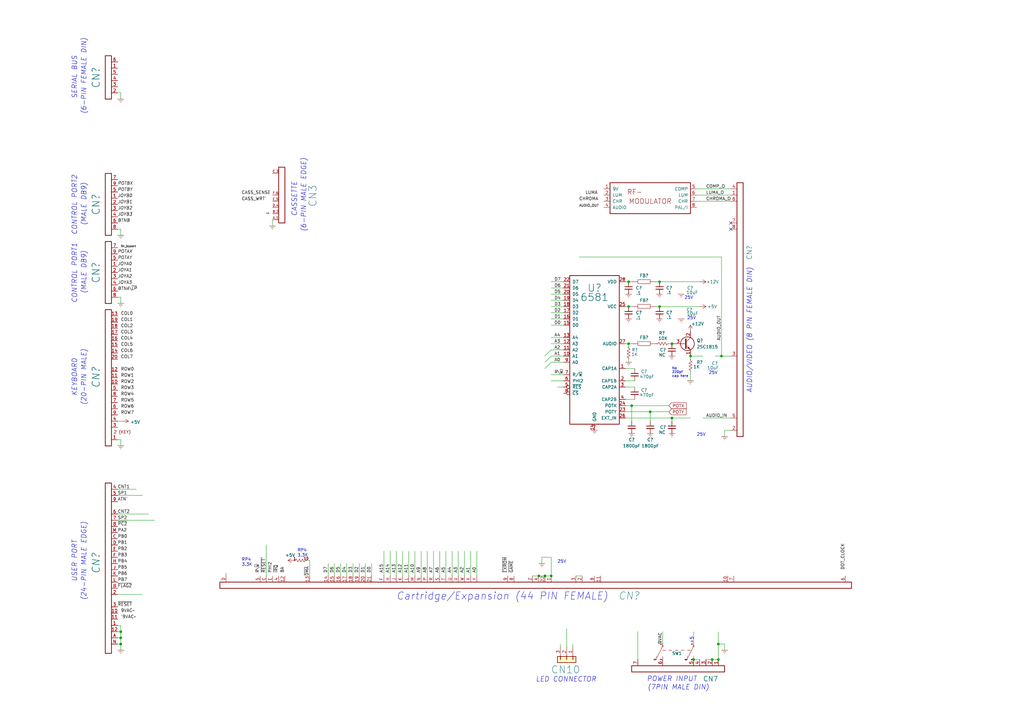
<source format=kicad_sch>
(kicad_sch (version 20211123) (generator eeschema)
  (paper "A3")
  (title_block (title "C64 Motherboard KU-14194HB") (date "2020-01-23") (rev "1.4") (company "Commodore 1982") (comment 1 "Retraced and schematics by bwack 2019"))
  (lib_symbols
    (symbol "Connector_Generic:Conn_01x03" (pin_names (offset 1.016) hide)
      (property "Reference" "J" (at 0 5.08 0))
      (property "Value" "Conn_01x03" (at 0 -5.08 0))
      (symbol "Conn_01x03_1_1"
        (rectangle (start -1.27 -2.413) (end 0 -2.667) (stroke (width 0.1524)))
        (rectangle (start -1.27 0.127) (end 0 -0.127) (stroke (width 0.1524)))
        (rectangle (start -1.27 2.667) (end 0 2.413) (stroke (width 0.1524)))
        (rectangle (start -1.27 3.81) (end 1.27 -3.81) (stroke (width 0.254)) (fill (type background)))
        (pin passive line (at -5.08 2.54 0) (length 3.81) (name "Pin_1") (number "1"))
        (pin passive line (at -5.08 0 0) (length 3.81) (name "Pin_2") (number "2"))
        (pin passive line (at -5.08 -2.54 0) (length 3.81) (name "Pin_3") (number "3"))
      )
    )
    (symbol "Device:C_Small" (pin_numbers hide) (pin_names (offset 0.254) hide)
      (property "Reference" "C" (at 0.254 1.778 0))
      (property "Value" "C_Small" (at 0.254 -2.032 0))
      (symbol "C_Small_0_1"
        (polyline (pts (xy -1.524 -0.508) (xy 1.524 -0.508)) (stroke (width 0.3302)))
        (polyline (pts (xy -1.524 0.508) (xy 1.524 0.508)) (stroke (width 0.3048)))
      )
      (symbol "C_Small_1_1"
        (pin passive line (at 0 2.54 270) (length 2.032) (name "~") (number "1"))
        (pin passive line (at 0 -2.54 90) (length 2.032) (name "~") (number "2"))
      )
    )
    (symbol "KU-14194HB-REV-B-KiCad-rescue:GND_SMALL-power-KU-14194HB-REV-B-KiCad-rescue-KU-14194HB-REV-B-KiCad-rescue" (power) (pin_names (offset 1.016))
      (symbol "GND_SMALL-power-KU-14194HB-REV-B-KiCad-rescue-KU-14194HB-REV-B-KiCad-rescue_1_1"
        (polyline (pts (xy -0.635 -0.635) (xy 0.635 -0.635)))
        (polyline (pts (xy -0.127 -1.27) (xy 0.127 -1.27)))
        (polyline (pts (xy 1.27 0) (xy -1.27 0)))
        (pin power_in line (at 0 0 270) (length 0) hide (name "Earth") (number "1"))
      )
    )
    (symbol "KU-schematics-library:AV_CONN" (pin_names (offset 1.016))
      (property "Reference" "CN" (at 1.27 -2.54 0))
      (symbol "AV_CONN_0_1"
        (rectangle (start 0 16.51) (end 2.54 -87.63) (stroke (width 0.3048)))
      )
      (symbol "AV_CONN_1_1"
        (pin output line (at -2.54 11.43 0) (length 2.54) (name "~") (number "1"))
        (pin output line (at -2.54 -85.09 0) (length 2.54) (name "~") (number "2"))
        (pin output line (at -2.54 -54.61 0) (length 2.54) (name "~") (number "3"))
        (pin output line (at -2.54 13.97 0) (length 2.54) (name "~") (number "4"))
        (pin output line (at -2.54 -80.01 0) (length 2.54) (name "~") (number "5"))
        (pin output line (at -2.54 8.89 0) (length 2.54) (name "~") (number "6"))
        (pin output line (at -2.54 0 0) (length 2.54) (name "~") (number "7"))
        (pin output line (at -2.54 -2.54 0) (length 2.54) (name "~") (number "8"))
      )
    )
    (symbol "KU-schematics-library:CASSETTE_PORT_CON" (pin_names (offset 1.016))
      (property "Reference" "CN" (at -3.81 -16.51 0))
      (symbol "CASSETTE_PORT_CON_1_1"
        (rectangle (start -5.08 7.62) (end -2.54 -15.24) (stroke (width 0.3048)))
        (pin input line (at -7.62 -13.97 0) (length 2.54) (name "~") (number "A,1"))
        (pin input line (at -7.62 -11.43 0) (length 2.54) (name "~") (number "B,2"))
        (pin input line (at -7.62 5.08 0) (length 2.54) (name "~") (number "C,3"))
        (pin input line (at -7.62 -8.89 0) (length 2.54) (name "~") (number "D,4"))
        (pin input line (at -7.62 -6.35 0) (length 2.54) (name "~") (number "E,5"))
        (pin input line (at -7.62 -3.81 0) (length 2.54) (name "~") (number "F,6"))
      )
    )
    (symbol "KU-schematics-library:CONTROL_PORT" (pin_names (offset 1.016))
      (property "Reference" "CN" (at -8.89 0 90))
      (symbol "CONTROL_PORT_0_1"
        (rectangle (start -5.08 12.7) (end -2.54 -12.7) (stroke (width 0.3048)))
      )
      (symbol "CONTROL_PORT_1_1"
        (pin input line (at 0 2.54 180) (length 2.54) (name "~") (number "1"))
        (pin input line (at 0 0 180) (length 2.54) (name "~") (number "2"))
        (pin input line (at 0 -2.54 180) (length 2.54) (name "~") (number "3"))
        (pin input line (at 0 -5.08 180) (length 2.54) (name "~") (number "4"))
        (pin input line (at 0 5.08 180) (length 2.54) (name "~") (number "5"))
        (pin input line (at 0 -7.62 180) (length 2.54) (name "~") (number "6"))
        (pin input line (at 0 10.16 180) (length 2.54) (name "~") (number "7"))
        (pin input line (at 0 -10.16 180) (length 2.54) (name "~") (number "8"))
        (pin input line (at 0 7.62 180) (length 2.54) (name "~") (number "9"))
      )
    )
    (symbol "KU-schematics-library:EXPANSION_PORT" (pin_names (offset 1.016))
      (property "Reference" "CN" (at 8.89 -2.54 0))
      (property "Value" "EXPANSION_PORT" (at 0 -2.54 0))
      (symbol "EXPANSION_PORT_0_1"
        (rectangle (start -55.88 2.54) (end 203.2 0) (stroke (width 0.3048)))
      )
      (symbol "EXPANSION_PORT_1_1"
        (pin input line (at 80.01 5.08 270) (length 2.54) (name "~") (number "1"))
        (pin input line (at 152.4 5.08 270) (length 2.54) (name "~") (number "10"))
        (pin input line (at 100.33 5.08 270) (length 2.54) (name "~") (number "11"))
        (pin input line (at -29.21 5.08 270) (length 2.54) (name "~") (number "12"))
        (pin input line (at -19.05 5.08 270) (length 2.54) (name "~") (number "13"))
        (pin input line (at -11.43 5.08 270) (length 2.54) (name "~") (number "14"))
        (pin input line (at -8.89 5.08 270) (length 2.54) (name "~") (number "15"))
        (pin input line (at -6.35 5.08 270) (length 2.54) (name "~") (number "16"))
        (pin input line (at -3.81 5.08 270) (length 2.54) (name "~") (number "17"))
        (pin input line (at -1.27 5.08 270) (length 2.54) (name "~") (number "18"))
        (pin input line (at 1.27 5.08 270) (length 2.54) (name "~") (number "19"))
        (pin input line (at 92.71 5.08 270) (length 2.54) (name "~") (number "2"))
        (pin input line (at 3.81 5.08 270) (length 2.54) (name "~") (number "20"))
        (pin input line (at 6.35 5.08 270) (length 2.54) (name "~") (number "21"))
        (pin input line (at 77.47 5.08 270) (length 2.54) (name "~") (number "22"))
        (pin input line (at 90.17 5.08 270) (length 2.54) (name "~") (number "3"))
        (pin input line (at -31.75 5.08 270) (length 2.54) (name "~") (number "4"))
        (pin input line (at -39.37 5.08 270) (length 2.54) (name "~") (number "5"))
        (pin input line (at 200.66 5.08 270) (length 2.54) (name "~") (number "6"))
        (pin input line (at 154.94 5.08 270) (length 2.54) (name "~") (number "7"))
        (pin input line (at 64.77 5.08 270) (length 2.54) (name "~") (number "8"))
        (pin input line (at 62.23 5.08 270) (length 2.54) (name "~") (number "9"))
        (pin input line (at 74.93 5.08 270) (length 2.54) (name "~") (number "A"))
        (pin input line (at 97.79 5.08 270) (length 2.54) (name "~") (number "B"))
        (pin input line (at -36.83 5.08 270) (length 2.54) (name "~") (number "C"))
        (pin input line (at -53.34 5.08 270) (length 2.54) (name "~") (number "D"))
        (pin input line (at -34.29 5.08 270) (length 2.54) (name "~") (number "E"))
        (pin input line (at 11.43 5.08 270) (length 2.54) (name "~") (number "F"))
        (pin input line (at 13.97 5.08 270) (length 2.54) (name "~") (number "H"))
        (pin input line (at 16.51 5.08 270) (length 2.54) (name "~") (number "J"))
        (pin input line (at 19.05 5.08 270) (length 2.54) (name "~") (number "K"))
        (pin input line (at 21.59 5.08 270) (length 2.54) (name "~") (number "L"))
        (pin input line (at 24.13 5.08 270) (length 2.54) (name "~") (number "M"))
        (pin input line (at 26.67 5.08 270) (length 2.54) (name "~") (number "N"))
        (pin input line (at 29.21 5.08 270) (length 2.54) (name "~") (number "P"))
        (pin input line (at 31.75 5.08 270) (length 2.54) (name "~") (number "R"))
        (pin input line (at 34.29 5.08 270) (length 2.54) (name "~") (number "S"))
        (pin input line (at 36.83 5.08 270) (length 2.54) (name "~") (number "T"))
        (pin input line (at 39.37 5.08 270) (length 2.54) (name "~") (number "U"))
        (pin input line (at 41.91 5.08 270) (length 2.54) (name "~") (number "V"))
        (pin input line (at 44.45 5.08 270) (length 2.54) (name "~") (number "W"))
        (pin input line (at 46.99 5.08 270) (length 2.54) (name "~") (number "X"))
        (pin input line (at 49.53 5.08 270) (length 2.54) (name "~") (number "Y"))
        (pin input line (at 72.39 5.08 270) (length 2.54) (name "~") (number "Z"))
      )
    )
    (symbol "KU-schematics-library:FERRITE_BEAD" (pin_names (offset 1.016))
      (property "Reference" "FB" (at -1.27 0 0))
      (symbol "FERRITE_BEAD_0_1"
        (rectangle (start -2.54 0.889) (end 2.54 -0.762))
        (polyline (pts (xy -2.54 0) (xy -5.08 0)))
        (polyline (pts (xy 2.54 0) (xy 5.08 0)))
      )
      (symbol "FERRITE_BEAD_1_1"
        (pin input line (at -5.08 0 0) (length 0) hide (name "~") (number "1"))
        (pin input line (at 5.08 0 180) (length 0) hide (name "~") (number "2"))
      )
    )
    (symbol "KU-schematics-library:KEYBOARD_20PIN_MALE" (pin_names (offset 1.016))
      (property "Reference" "CN" (at -8.89 26.67 90))
      (symbol "KEYBOARD_20PIN_MALE_0_0"
        (rectangle (start -5.08 53.34) (end -2.54 -2.54) (stroke (width 0.3048)))
        (text "2 (KEY)" (at 1.905 3.175 0) (effects (font (size 1.1938 1.1938))))
      )
      (symbol "KEYBOARD_20PIN_MALE_1_1"
        (pin input line (at 0 0 180) (length 2.54) (name "~") (number "1"))
        (pin input line (at 0 22.86 180) (length 2.54) (name "~") (number "10"))
        (pin input line (at 0 25.4 180) (length 2.54) (name "~") (number "11"))
        (pin input line (at 0 27.94 180) (length 2.54) (name "~") (number "12"))
        (pin input line (at 0 50.8 180) (length 2.54) (name "~") (number "13"))
        (pin input line (at 0 35.56 180) (length 2.54) (name "~") (number "14"))
        (pin input line (at 0 38.1 180) (length 2.54) (name "~") (number "15"))
        (pin input line (at 0 40.64 180) (length 2.54) (name "~") (number "16"))
        (pin input line (at 0 43.18 180) (length 2.54) (name "~") (number "17"))
        (pin input line (at 0 45.72 180) (length 2.54) (name "~") (number "18"))
        (pin input line (at 0 48.26 180) (length 2.54) (name "~") (number "19"))
        (pin input line (at 0 33.02 180) (length 2.54) (name "~") (number "20"))
        (pin input line (at 0 5.08 180) (length 2.54) (name "~") (number "3"))
        (pin input line (at 0 7.62 180) (length 2.54) (name "~") (number "4"))
        (pin input line (at 0 20.32 180) (length 2.54) (name "~") (number "5"))
        (pin input line (at 0 12.7 180) (length 2.54) (name "~") (number "6"))
        (pin input line (at 0 15.24 180) (length 2.54) (name "~") (number "7"))
        (pin input line (at 0 17.78 180) (length 2.54) (name "~") (number "8"))
        (pin input line (at 0 10.16 180) (length 2.54) (name "~") (number "9"))
      )
    )
    (symbol "KU-schematics-library:MODULATOR_LONGBOARD" (pin_names (offset 1.016))
      (symbol "MODULATOR_LONGBOARD_0_0"
        (text "MODULATOR" (at 5.08 -2.54 0) (effects (font (size 2.0066 2.0066))))
        (text "RF-" (at -1.27 1.27 0) (effects (font (size 2.0066 2.0066))))
      )
      (symbol "MODULATOR_LONGBOARD_0_1"
        (rectangle (start -11.43 5.08) (end 21.59 -7.62) (stroke (width 0.3048)))
      )
      (symbol "MODULATOR_LONGBOARD_1_1"
        (pin input line (at -13.97 2.54 0) (length 2.54) (name "9V") (number "1"))
        (pin input line (at -13.97 0 0) (length 2.54) (name "LUM") (number "2"))
        (pin input line (at -13.97 -2.54 0) (length 2.54) (name "CHR") (number "3"))
        (pin input line (at -13.97 -5.08 0) (length 2.54) (name "AUDIO") (number "4"))
        (pin input line (at 24.13 2.54 180) (length 2.54) (name "COMP") (number "5"))
        (pin input line (at 24.13 0 180) (length 2.54) (name "LUM") (number "6"))
        (pin input line (at 24.13 -2.54 180) (length 2.54) (name "CHR") (number "7"))
        (pin input line (at 24.13 -5.08 180) (length 2.54) (name "PAL/I") (number "8"))
      )
    )
    (symbol "KU-schematics-library:POWER_CON" (pin_names (offset 1.016))
      (property "Reference" "CN" (at -3.81 2.54 0))
      (symbol "POWER_CON_0_1"
        (rectangle (start -19.05 0) (end 19.05 -2.54) (stroke (width 0.3048)))
      )
      (symbol "POWER_CON_1_1"
        (pin input line (at 16.51 2.54 270) (length 2.54) (name "~") (number "1"))
        (pin input line (at 13.97 2.54 270) (length 2.54) (name "~") (number "2"))
        (pin input line (at 11.43 2.54 270) (length 2.54) (name "~") (number "3"))
        (pin input line (at 8.89 2.54 270) (length 2.54) (name "~") (number "4"))
        (pin input line (at 6.35 2.54 270) (length 2.54) (name "~") (number "5"))
        (pin input line (at -6.35 2.54 270) (length 2.54) (name "~") (number "6"))
        (pin input line (at -16.51 2.54 270) (length 2.54) (name "~") (number "7"))
      )
    )
    (symbol "KU-schematics-library:POWER_SWITCH" (pin_names (offset 1.016))
      (property "Reference" "SW" (at 3.81 3.81 0))
      (property "Value" "POWER_SWITCH" (at -1.27 -3.81 0))
      (symbol "POWER_SWITCH_0_1"
        (polyline (pts (xy -0.127 1.143) (xy -2.286 5.461)))
        (polyline (pts (xy 0 2.54) (xy 1.27 2.54)))
        (polyline (pts (xy 2.54 2.54) (xy 3.81 2.54)))
        (polyline (pts (xy 5.08 2.54) (xy 6.35 2.54)))
        (polyline (pts (xy 7.62 2.54) (xy 8.89 2.54)))
        (polyline (pts (xy 10.16 2.54) (xy 11.43 2.54)))
        (polyline (pts (xy 12.573 1.143) (xy 10.414 5.461)))
        (polyline (pts (xy 12.7 0) (xy 12.7 0.635)))
        (polyline (pts (xy 12.7 5.08) (xy 12.7 5.08)) (stroke (width 0.635)))
        (polyline (pts (xy 12.7 6.35) (xy 12.7 5.08)))
        (polyline (pts (xy 0 0) (xy 0 0.635) (xy 0 0.508)))
        (circle (center 0 0.889) (radius 0.254))
        (circle (center 12.7 0.889) (radius 0.254))
      )
      (symbol "POWER_SWITCH_1_1"
        (polyline (pts (xy -2.54 5.08) (xy -2.54 5.08)) (stroke (width 0.635)))
        (polyline (pts (xy -2.54 6.35) (xy -2.54 5.08)))
        (polyline (pts (xy 0 5.08) (xy 0 5.08)) (stroke (width 0.635)))
        (polyline (pts (xy 0 6.35) (xy 0 5.08)))
        (polyline (pts (xy 10.16 5.08) (xy 10.16 5.08)) (stroke (width 0.635)))
        (polyline (pts (xy 10.16 6.35) (xy 10.16 5.08)))
        (pin input line (at 0 0 270) (length 0) (name "~") (number "1"))
        (pin input line (at 0 6.35 270) (length 0) (name "~") (number "2"))
        (pin input line (at -2.54 6.35 270) (length 0) (name "~") (number "3"))
        (pin input line (at 12.7 0 270) (length 0) (name "~") (number "4"))
        (pin input line (at 12.7 6.35 270) (length 0) (name "~") (number "5"))
        (pin input line (at 10.16 6.35 270) (length 0) (name "~") (number "6"))
      )
    )
    (symbol "KU-schematics-library:R_ARRAY_9WAY_US" (pin_names (offset 1.016))
      (property "Reference" "RP" (at 1.905 1.27 0))
      (symbol "R_ARRAY_9WAY_US_0_1"
        (polyline (pts (xy 0 2.54) (xy 0 2.0574)))
        (polyline (pts (xy 0 2.032) (xy 0.635 1.651) (xy -0.635 1.016) (xy 0.635 0.381) (xy -0.635 -0.254) (xy 0.635 -0.889) (xy -0.635 -1.524) (xy 0 -1.905) (xy 0 -2.54)))
        (pin passive line (at 0 2.54 270) (length 0.381) (name "~") (number "1"))
      )
      (symbol "R_ARRAY_9WAY_US_1_1"
        (polyline (pts (xy 0 2.032) (xy 0 2.54)))
        (pin passive line (at 0 -2.54 90) (length 0.3048) (name "~") (number "2"))
      )
      (symbol "R_ARRAY_9WAY_US_2_1"
        (pin passive line (at 0 -2.54 90) (length 0.3048) (name "~") (number "3"))
      )
      (symbol "R_ARRAY_9WAY_US_3_1"
        (pin passive line (at 0 -2.54 90) (length 0.3048) (name "~") (number "4"))
      )
      (symbol "R_ARRAY_9WAY_US_4_1"
        (pin passive line (at 0 -2.54 90) (length 0.3048) (name "~") (number "5"))
      )
      (symbol "R_ARRAY_9WAY_US_5_1"
        (pin passive line (at 0 -2.54 90) (length 0.3048) (name "~") (number "6"))
      )
      (symbol "R_ARRAY_9WAY_US_6_1"
        (pin passive line (at 0 -2.54 90) (length 0.3048) (name "~") (number "7"))
      )
      (symbol "R_ARRAY_9WAY_US_7_1"
        (pin passive line (at 0 -2.54 90) (length 0.3048) (name "~") (number "8"))
      )
      (symbol "R_ARRAY_9WAY_US_8_1"
        (pin passive line (at 0 -2.54 90) (length 0.3048) (name "~") (number "9"))
      )
      (symbol "R_ARRAY_9WAY_US_9_1"
        (pin passive line (at 0 -2.54 90) (length 0.3048) (name "~") (number "10"))
      )
    )
    (symbol "KU-schematics-library:R_US_CUSTOM" (pin_names (offset 1.016))
      (property "Reference" "R" (at -2.54 1.27 0))
      (property "Value" "R_US_CUSTOM" (at 3.81 -7.62 0))
      (symbol "R_US_CUSTOM_0_1"
        (polyline (pts (xy 0 -2.54) (xy 0 -2.159)))
      )
      (symbol "R_US_CUSTOM_1_1"
        (polyline (pts (xy 0 2.032) (xy 0 2.54)))
        (polyline (pts (xy 0 2.032) (xy 0.635 1.651) (xy -0.635 1.016) (xy 0.635 0.381) (xy -0.635 -0.254) (xy 0.635 -0.889) (xy -0.635 -1.524) (xy 0 -1.905) (xy 0 -2.54)))
        (pin passive line (at 0 2.54 270) (length 0) hide (name "~") (number "1"))
        (pin passive line (at 0 -2.54 90) (length 0) hide (name "~") (number "2"))
      )
    )
    (symbol "KU-schematics-library:SERIAL_BUS_CON" (pin_names (offset 1.016))
      (property "Reference" "CN" (at -8.89 1.27 90))
      (symbol "SERIAL_BUS_CON_0_1"
        (rectangle (start -5.08 10.16) (end -2.54 -7.62) (stroke (width 0.3048)))
      )
      (symbol "SERIAL_BUS_CON_1_1"
        (pin input line (at 0 5.08 180) (length 2.54) (name "~") (number "1"))
        (pin input line (at 0 -5.08 180) (length 2.54) (name "~") (number "2"))
        (pin input line (at 0 -2.54 180) (length 2.54) (name "~") (number "3"))
        (pin input line (at 0 0 180) (length 2.54) (name "~") (number "4"))
        (pin input line (at 0 2.54 180) (length 2.54) (name "~") (number "5"))
        (pin input line (at 0 7.62 180) (length 2.54) (name "~") (number "6"))
      )
    )
    (symbol "KU-schematics-library:SID" (pin_names (offset 1.016))
      (property "Reference" "U" (at -2.54 0 0))
      (property "Value" "SID" (at -2.54 -2.54 0))
      (symbol "SID_0_1"
        (rectangle (start -10.16 27.94) (end 10.16 -33.02) (stroke (width 0.3048)))
      )
      (symbol "SID_1_1"
        (pin passive line (at 12.7 -10.16 180) (length 2.54) (name "CAP1A") (number "1"))
        (pin input line (at -12.7 -5.08 0) (length 2.54) (name "A1") (number "10"))
        (pin input line (at -12.7 -2.54 0) (length 2.54) (name "A2") (number "11"))
        (pin input line (at -12.7 0 0) (length 2.54) (name "A3") (number "12"))
        (pin input line (at -12.7 2.54 0) (length 2.54) (name "A4") (number "13"))
        (pin power_in line (at 0 -35.56 90) (length 2.54) (name "GND") (number "14"))
        (pin bidirectional line (at -12.7 7.62 0) (length 2.54) (name "D0") (number "15"))
        (pin bidirectional line (at -12.7 10.16 0) (length 2.54) (name "D1") (number "16"))
        (pin bidirectional line (at -12.7 12.7 0) (length 2.54) (name "D2") (number "17"))
        (pin bidirectional line (at -12.7 15.24 0) (length 2.54) (name "D3") (number "18"))
        (pin bidirectional line (at -12.7 17.78 0) (length 2.54) (name "D4") (number "19"))
        (pin passive line (at 12.7 -15.24 180) (length 2.54) (name "CAP1B") (number "2"))
        (pin bidirectional line (at -12.7 20.32 0) (length 2.54) (name "D5") (number "20"))
        (pin bidirectional line (at -12.7 22.86 0) (length 2.54) (name "D6") (number "21"))
        (pin bidirectional line (at -12.7 25.4 0) (length 2.54) (name "D7") (number "22"))
        (pin input line (at 12.7 -27.94 180) (length 2.54) (name "POTY") (number "23"))
        (pin input line (at 12.7 -25.4 180) (length 2.54) (name "POTX") (number "24"))
        (pin power_in line (at 12.7 15.24 180) (length 2.54) (name "VCC") (number "25"))
        (pin input line (at 12.7 -30.48 180) (length 2.54) (name "EXT_IN") (number "26"))
        (pin power_in line (at 12.7 0 180) (length 2.54) (name "AUDIO") (number "27"))
        (pin power_in line (at 12.7 25.4 180) (length 2.54) (name "VDD") (number "28"))
        (pin passive line (at 12.7 -17.78 180) (length 2.54) (name "CAP2A") (number "3"))
        (pin passive line (at 12.7 -22.86 180) (length 2.54) (name "CAP2B") (number "4"))
        (pin input inverted (at -12.7 -17.78 0) (length 2.54) (name "~{RES}") (number "5"))
        (pin input line (at -12.7 -15.24 0) (length 2.54) (name "PHI2") (number "6"))
        (pin input line (at -12.7 -12.7 0) (length 2.54) (name "R/~{W}") (number "7"))
        (pin input inverted (at -12.7 -20.32 0) (length 2.54) (name "~{CS}") (number "8"))
        (pin input line (at -12.7 -7.62 0) (length 2.54) (name "A0") (number "9"))
      )
    )
    (symbol "KU-schematics-library:USER_PORT_CON" (pin_names (offset 1.016))
      (property "Reference" "CN" (at -7.62 0 90))
      (symbol "USER_PORT_CON_0_1"
        (rectangle (start -5.08 33.02) (end -2.54 -36.83) (stroke (width 0.3048)))
      )
      (symbol "USER_PORT_CON_1_1"
        (pin input line (at 0 -25.4 180) (length 2.54) (name "~") (number "1"))
        (pin input line (at 0 -20.32 180) (length 2.54) (name "~") (number "10"))
        (pin input line (at 0 -22.86 180) (length 2.54) (name "~") (number "11"))
        (pin input line (at 0 -27.94 180) (length 2.54) (name "~") (number "12"))
        (pin input line (at 0 -12.7 180) (length 2.54) (name "~") (number "2"))
        (pin input line (at 0 -17.78 180) (length 2.54) (name "~") (number "3"))
        (pin input line (at 0 30.48 180) (length 2.54) (name "~") (number "4"))
        (pin input line (at 0 27.94 180) (length 2.54) (name "~") (number "5"))
        (pin input line (at 0 20.32 180) (length 2.54) (name "~") (number "6"))
        (pin input line (at 0 17.78 180) (length 2.54) (name "~") (number "7"))
        (pin input line (at 0 15.24 180) (length 2.54) (name "~") (number "8"))
        (pin input line (at 0 25.4 180) (length 2.54) (name "~") (number "9"))
        (pin input line (at 0 -30.48 180) (length 2.54) (name "~") (number "A"))
        (pin input line (at 0 -10.16 180) (length 2.54) (name "~") (number "B"))
        (pin input line (at 0 10.16 180) (length 2.54) (name "~") (number "C"))
        (pin input line (at 0 7.62 180) (length 2.54) (name "~") (number "D"))
        (pin input line (at 0 5.08 180) (length 2.54) (name "~") (number "E"))
        (pin input line (at 0 2.54 180) (length 2.54) (name "~") (number "F"))
        (pin input line (at 0 0 180) (length 2.54) (name "~") (number "H"))
        (pin input line (at 0 -2.54 180) (length 2.54) (name "~") (number "J"))
        (pin input line (at 0 -5.08 180) (length 2.54) (name "~") (number "K"))
        (pin input line (at 0 -7.62 180) (length 2.54) (name "~") (number "L"))
        (pin input line (at 0 12.7 180) (length 2.54) (name "~") (number "M"))
        (pin input line (at 0 -33.02 180) (length 2.54) (name "~") (number "N"))
      )
    )
    (symbol "Transistor_BJT:2SC1815" (pin_names (offset 0) hide)
      (property "Reference" "Q" (at 5.08 1.905 0))
      (property "Value" "2SC1815" (at 5.08 0 0))
      (symbol "2SC1815_0_1"
        (polyline (pts (xy 0 0) (xy 0.508 0)))
        (polyline (pts (xy 0.635 0.635) (xy 2.54 2.54)))
        (polyline (pts (xy 0.635 -0.635) (xy 2.54 -2.54) (xy 2.54 -2.54)))
        (polyline (pts (xy 0.635 1.905) (xy 0.635 -1.905) (xy 0.635 -1.905)) (stroke (width 0.508)))
        (polyline (pts (xy 1.27 -1.778) (xy 1.778 -1.27) (xy 2.286 -2.286) (xy 1.27 -1.778) (xy 1.27 -1.778)) (fill (type outline)))
        (circle (center 1.27 0) (radius 2.8194) (stroke (width 0.254)))
      )
      (symbol "2SC1815_1_1"
        (pin passive line (at 2.54 -5.08 90) (length 2.54) (name "E") (number "1"))
        (pin passive line (at 2.54 5.08 270) (length 2.54) (name "C") (number "2"))
        (pin input line (at -5.08 0 0) (length 5.08) (name "B") (number "3"))
      )
    )
    (symbol "power:+12V" (power) (pin_names (offset 0))
      (property "Value" "+12V" (at 0 3.556 0))
      (symbol "+12V_0_1"
        (polyline (pts (xy -0.762 1.27) (xy 0 2.54)))
        (polyline (pts (xy 0 0) (xy 0 2.54)))
        (polyline (pts (xy 0 2.54) (xy 0.762 1.27)))
      )
      (symbol "+12V_1_1"
        (pin power_in line (at 0 0 90) (length 0) hide (name "+12V") (number "1"))
      )
    )
    (symbol "power:+5V" (power) (pin_names (offset 0))
      (property "Value" "+5V" (at 0 3.556 0))
      (symbol "+5V_0_1"
        (polyline (pts (xy -0.762 1.27) (xy 0 2.54)))
        (polyline (pts (xy 0 0) (xy 0 2.54)))
        (polyline (pts (xy 0 2.54) (xy 0.762 1.27)))
      )
      (symbol "+5V_1_1"
        (pin power_in line (at 0 0 90) (length 0) hide (name "+5V") (number "1"))
      )
    )
  )
  (junction (at 257.81 115.57))
  (junction (at 49.53 264.16))
  (junction (at 275.59 171.45))
  (junction (at 257.81 125.73))
  (junction (at 275.59 140.97))
  (junction (at 292.1 270.51))
  (junction (at 266.7 168.91))
  (junction (at 284.48 270.51))
  (junction (at 220.98 236.22))
  (junction (at 226.06 236.22))
  (junction (at 257.81 140.97))
  (junction (at 270.51 125.73))
  (junction (at 223.52 236.22))
  (junction (at 259.08 166.37))
  (junction (at 294.64 264.16))
  (junction (at 294.64 270.51))
  (junction (at 295.91 146.05))
  (junction (at 283.21 146.05))
  (junction (at 270.51 115.57))
  (junction (at 49.53 261.62))
  (junction (at 49.53 259.08))
  (no_connect (at 299.72 91.44))
  (no_connect (at 299.72 93.98))
  (bus_entry (at 223.52 151.13) (size 2.54 -2.54))
  (bus_entry (at 223.52 148.59) (size 2.54 -2.54))
  (bus_entry (at 223.52 146.05) (size 2.54 -2.54))
  (wire (pts (xy 92.71 236.22) (xy 92.71 234.95)))
  (wire (pts (xy 288.29 171.45) (xy 299.72 171.45)))
  (wire (pts (xy 256.54 166.37) (xy 259.08 166.37)))
  (wire (pts (xy 283.21 152.4) (xy 283.21 156.21)))
  (wire (pts (xy 228.6 158.75) (xy 231.14 158.75)))
  (wire (pts (xy 49.53 180.34) (xy 49.53 182.88)))
  (wire (pts (xy 149.86 231.14) (xy 149.86 236.22)))
  (wire (pts (xy 48.26 200.66) (xy 55.88 200.66)))
  (wire (pts (xy 289.56 270.51) (xy 292.1 270.51)))
  (wire (pts (xy 48.26 243.84) (xy 58.42 243.84)))
  (wire (pts (xy 226.06 128.27) (xy 231.14 128.27)))
  (wire (pts (xy 109.22 223.52) (xy 109.22 236.22)))
  (wire (pts (xy 231.14 115.57) (xy 226.06 115.57)))
  (wire (pts (xy 260.35 158.75) (xy 256.54 158.75)))
  (wire (pts (xy 285.75 82.55) (xy 299.72 82.55)))
  (wire (pts (xy 257.81 142.24) (xy 257.81 140.97)))
  (wire (pts (xy 275.59 172.72) (xy 275.59 171.45)))
  (wire (pts (xy 49.53 259.08) (xy 49.53 256.54)))
  (wire (pts (xy 223.52 236.22) (xy 226.06 236.22)))
  (wire (pts (xy 48.26 259.08) (xy 49.53 259.08)))
  (wire (pts (xy 175.26 236.22) (xy 175.26 226.06)))
  (wire (pts (xy 226.06 133.35) (xy 231.14 133.35)))
  (wire (pts (xy 160.02 226.06) (xy 160.02 236.22)))
  (wire (pts (xy 257.81 147.32) (xy 257.81 148.59)))
  (wire (pts (xy 49.53 121.92) (xy 49.53 124.46)))
  (wire (pts (xy 177.8 226.06) (xy 177.8 236.22)))
  (wire (pts (xy 48.26 93.98) (xy 49.53 93.98)))
  (wire (pts (xy 180.34 226.06) (xy 180.34 236.22)))
  (wire (pts (xy 165.1 236.22) (xy 165.1 226.06)))
  (wire (pts (xy 48.26 210.82) (xy 60.96 210.82)))
  (wire (pts (xy 231.14 153.67) (xy 226.06 153.67)))
  (wire (pts (xy 257.81 125.73) (xy 259.08 125.73)))
  (wire (pts (xy 256.54 151.13) (xy 260.35 151.13)))
  (wire (pts (xy 49.53 264.16) (xy 49.53 261.62)))
  (wire (pts (xy 139.7 236.22) (xy 139.7 231.14)))
  (wire (pts (xy 111.76 90.17) (xy 111.76 92.71)))
  (wire (pts (xy 257.81 140.97) (xy 259.08 140.97)))
  (wire (pts (xy 48.26 261.62) (xy 49.53 261.62)))
  (wire (pts (xy 260.35 156.21) (xy 256.54 156.21)))
  (wire (pts (xy 226.06 228.6) (xy 222.25 228.6)))
  (wire (pts (xy 182.88 226.06) (xy 182.88 236.22)))
  (wire (pts (xy 195.58 236.22) (xy 195.58 226.06)))
  (wire (pts (xy 270.51 115.57) (xy 269.24 115.57)))
  (wire (pts (xy 144.78 231.14) (xy 144.78 236.22)))
  (wire (pts (xy 256.54 168.91) (xy 266.7 168.91)))
  (wire (pts (xy 48.26 180.34) (xy 49.53 180.34)))
  (wire (pts (xy 187.96 226.06) (xy 187.96 236.22)))
  (wire (pts (xy 261.62 270.51) (xy 261.62 259.08)))
  (wire (pts (xy 234.95 265.43) (xy 234.95 264.16)))
  (wire (pts (xy 294.64 270.51) (xy 294.64 264.16)))
  (wire (pts (xy 294.64 264.16) (xy 294.64 259.08)))
  (wire (pts (xy 266.7 172.72) (xy 266.7 168.91)))
  (wire (pts (xy 190.5 226.06) (xy 190.5 236.22)))
  (wire (pts (xy 283.21 171.45) (xy 275.59 171.45)))
  (wire (pts (xy 226.06 130.81) (xy 231.14 130.81)))
  (wire (pts (xy 185.42 236.22) (xy 185.42 226.06)))
  (wire (pts (xy 226.06 156.21) (xy 231.14 156.21)))
  (wire (pts (xy 49.53 93.98) (xy 49.53 96.52)))
  (wire (pts (xy 299.72 77.47) (xy 285.75 77.47)))
  (wire (pts (xy 297.18 264.16) (xy 297.18 266.7)))
  (wire (pts (xy 226.06 143.51) (xy 231.14 143.51)))
  (wire (pts (xy 229.87 264.16) (xy 229.87 265.43)))
  (wire (pts (xy 134.62 236.22) (xy 134.62 231.14)))
  (wire (pts (xy 283.21 147.32) (xy 283.21 146.05)))
  (wire (pts (xy 270.51 125.73) (xy 269.24 125.73)))
  (wire (pts (xy 232.41 257.81) (xy 232.41 265.43)))
  (wire (pts (xy 127 229.87) (xy 127 236.22)))
  (wire (pts (xy 157.48 226.06) (xy 157.48 236.22)))
  (wire (pts (xy 226.06 140.97) (xy 231.14 140.97)))
  (wire (pts (xy 287.02 270.51) (xy 284.48 270.51)))
  (wire (pts (xy 142.24 236.22) (xy 142.24 231.14)))
  (wire (pts (xy 49.53 38.1) (xy 49.53 40.64)))
  (wire (pts (xy 226.06 148.59) (xy 231.14 148.59)))
  (wire (pts (xy 295.91 146.05) (xy 299.72 146.05)))
  (wire (pts (xy 288.29 146.05) (xy 283.21 146.05)))
  (wire (pts (xy 50.165 172.72) (xy 48.26 172.72)))
  (wire (pts (xy 48.26 264.16) (xy 49.53 264.16)))
  (wire (pts (xy 236.22 236.22) (xy 238.76 236.22)))
  (wire (pts (xy 152.4 236.22) (xy 152.4 231.14)))
  (wire (pts (xy 162.56 226.06) (xy 162.56 236.22)))
  (wire (pts (xy 49.53 264.16) (xy 49.53 266.7)))
  (wire (pts (xy 226.06 123.19) (xy 231.14 123.19)))
  (wire (pts (xy 297.18 176.53) (xy 297.18 179.07)))
  (wire (pts (xy 275.59 171.45) (xy 256.54 171.45)))
  (wire (pts (xy 270.51 115.57) (xy 287.02 115.57)))
  (wire (pts (xy 297.18 264.16) (xy 294.64 264.16)))
  (wire (pts (xy 292.1 270.51) (xy 294.64 270.51)))
  (wire (pts (xy 256.54 125.73) (xy 257.81 125.73)))
  (wire (pts (xy 218.44 236.22) (xy 220.98 236.22)))
  (wire (pts (xy 295.91 146.05) (xy 295.91 105.41)))
  (wire (pts (xy 295.91 105.41) (xy 237.49 105.41)))
  (wire (pts (xy 257.81 115.57) (xy 259.08 115.57)))
  (wire (pts (xy 226.06 125.73) (xy 231.14 125.73)))
  (wire (pts (xy 172.72 226.06) (xy 172.72 236.22)))
  (wire (pts (xy 48.26 38.1) (xy 49.53 38.1)))
  (wire (pts (xy 226.06 118.11) (xy 231.14 118.11)))
  (wire (pts (xy 48.26 203.2) (xy 58.42 203.2)))
  (wire (pts (xy 275.59 140.97) (xy 274.32 140.97)))
  (wire (pts (xy 49.53 256.54) (xy 48.26 256.54)))
  (wire (pts (xy 259.08 166.37) (xy 274.32 166.37)))
  (wire (pts (xy 285.75 80.01) (xy 299.72 80.01)))
  (wire (pts (xy 137.16 236.22) (xy 137.16 231.14)))
  (wire (pts (xy 270.51 125.73) (xy 287.02 125.73)))
  (wire (pts (xy 299.72 176.53) (xy 297.18 176.53)))
  (wire (pts (xy 256.54 115.57) (xy 257.81 115.57)))
  (wire (pts (xy 266.7 168.91) (xy 274.32 168.91)))
  (wire (pts (xy 167.64 226.06) (xy 167.64 236.22)))
  (wire (pts (xy 293.37 146.05) (xy 295.91 146.05)))
  (wire (pts (xy 222.25 228.6) (xy 222.25 231.14)))
  (wire (pts (xy 284.48 264.16) (xy 284.48 259.08)))
  (wire (pts (xy 170.18 226.06) (xy 170.18 236.22)))
  (wire (pts (xy 226.06 120.65) (xy 231.14 120.65)))
  (wire (pts (xy 231.14 138.43) (xy 226.06 138.43)))
  (wire (pts (xy 220.98 236.22) (xy 223.52 236.22)))
  (wire (pts (xy 127 229.87) (xy 125.73 229.87)))
  (wire (pts (xy 271.78 264.16) (xy 271.78 259.08)))
  (wire (pts (xy 147.32 236.22) (xy 147.32 231.14)))
  (wire (pts (xy 48.26 213.36) (xy 63.5 213.36)))
  (wire (pts (xy 256.54 140.97) (xy 257.81 140.97)))
  (wire (pts (xy 48.26 121.92) (xy 49.53 121.92)))
  (wire (pts (xy 259.08 172.72) (xy 259.08 166.37)))
  (wire (pts (xy 256.54 163.83) (xy 260.35 163.83)))
  (wire (pts (xy 193.04 226.06) (xy 193.04 236.22)))
  (wire (pts (xy 226.06 236.22) (xy 226.06 228.6)))
  (wire (pts (xy 49.53 261.62) (xy 49.53 259.08)))
  (wire (pts (xy 226.06 146.05) (xy 231.14 146.05)))
  (text "(7PIN MALE DIN)" (at 290.957 283.1592 180) (effects (font (size 2.0066 2.0066) italic) (justify right bottom)))
  (text "(MALE DB9)" (at 35.56 120.65 90) (effects (font (size 2.0066 2.0066) italic) (justify left bottom)))
  (text "USER PORT" (at 31.75 238.76 90) (effects (font (size 2.0066 2.0066) italic) (justify left bottom)))
  (text "RP4\n3.3K" (at 99.06 232.41 0) (effects (font (size 1.27 1.27)) (justify left bottom)))
  (text "LED CONNECTOR" (at 244.6528 279.908 180) (effects (font (size 2.0066 2.0066) italic) (justify right bottom)))
  (text "(20-PIN MALE)" (at 35.56 166.37 90) (effects (font (size 2.0066 2.0066) italic) (justify left bottom)))
  (text "25V" (at 285.75 179.07 0) (effects (font (size 1.27 1.27)) (justify left bottom)))
  (text "CASSETTE" (at 121.92 88.9 90) (effects (font (size 2.0066 2.0066) italic) (justify left bottom)))
  (text "KEYBOARD" (at 31.75 162.56 90) (effects (font (size 2.0066 2.0066) italic) (justify left bottom)))
  (text "POWER INPUT" (at 285.9024 279.7302 180) (effects (font (size 2.0066 2.0066) italic) (justify right bottom)))
  (text "25V" (at 290.6268 153.7208 0) (effects (font (size 1.27 1.27)) (justify left bottom)))
  (text "25V" (at 280.67 122.8852 0) (effects (font (size 1.27 1.27)) (justify left bottom)))
  (text "(6-PIN MALE EDGE)" (at 125.73 95.25 90) (effects (font (size 2.0066 2.0066) italic) (justify left bottom)))
  (text "25V" (at 281.7876 131.2418 0) (effects (font (size 1.27 1.27)) (justify left bottom)))
  (text "CONTROL PORT2" (at 31.75 96.52 90) (effects (font (size 2.0066 2.0066) italic) (justify left bottom)))
  (text "(6-PIN FEMALE DIN)" (at 35.56 46.99 90) (effects (font (size 2.0066 2.0066) italic) (justify left bottom)))
  (text "SERIAL BUS" (at 31.75 40.64 90) (effects (font (size 2.0066 2.0066) italic) (justify left bottom)))
  (text "RP4\n3.3K" (at 121.92 228.6 0) (effects (font (size 1.27 1.27)) (justify left bottom)))
  (text "25V" (at 228.6 231.14 0) (effects (font (size 1.27 1.27)) (justify left bottom)))
  (text "No\n220pF\ncap here" (at 275.59 154.94 0) (effects (font (size 0.9906 0.9906)) (justify left bottom)))
  (text "AUDIO/VIDEO (8 PIN FEMALE DIN)" (at 308.61 161.29 90) (effects (font (size 2.0066 2.0066) italic) (justify left bottom)))
  (text "+5" (at 284.48 264.16 90) (effects (font (size 1.27 1.27)) (justify left bottom)))
  (text "CONTROL PORT1" (at 31.75 124.46 90) (effects (font (size 2.0066 2.0066) italic) (justify left bottom)))
  (text "(24-PIN MALE EDGE)" (at 35.56 246.38 90) (effects (font (size 2.0066 2.0066) italic) (justify left bottom)))
  (text "(MALE DB9)" (at 35.56 92.71 90) (effects (font (size 2.0066 2.0066) italic) (justify left bottom)))
  (text "Cartridge/Expansion (44 PIN FEMALE)" (at 162.56 246.38 0) (effects (font (size 2.9972 2.9972) italic) (justify left bottom)))
  (label "A3" (at 227.33 140.97 0))
  (label "A4" (at 185.42 234.95 90))
  (label "SP1" (at 48.26 203.2 0))
  (label "COL6" (at 49.53 144.78 0))
  (label "9VAC" (at 271.78 264.16 90))
  (label "PB6" (at 48.26 236.22 0))
  (label "CNT1" (at 48.26 200.66 0))
  (label "A15" (at 157.48 234.95 90))
  (label "CASS_SENSE" (at 99.06 80.01 0))
  (label "PHI2" (at 111.76 234.95 90))
  (label "LUMA" (at 240.03 80.01 0))
  (label "COL1" (at 49.53 132.08 0))
  (label "JOYB1" (at 48.26 83.82 0) (effects (font italic)))
  (label "POTBX" (at 48.26 76.2 0) (effects (font italic)))
  (label "A0" (at 195.58 234.95 90))
  (label "D3" (at 144.78 234.95 90))
  (label "~{RESET}" (at 48.26 248.92 0))
  (label "COL4" (at 49.53 139.7 0))
  (label "D2" (at 147.32 234.95 90))
  (label "A11" (at 167.64 234.95 90))
  (label "CNT2" (at 48.26 210.82 0))
  (label "~{FLAG2}" (at 48.26 241.3 0))
  (label "JOYA3" (at 48.26 116.84 0) (effects (font italic)))
  (label "9VAC~" (at 49.53 251.46 0))
  (label "D7" (at 134.62 234.95 90))
  (label "BTNA\\~{LP}" (at 48.26 119.38 0) (effects (font italic)))
  (label "SP2" (at 48.26 213.36 0))
  (label "CHROMA" (at 237.49 82.55 0))
  (label "R\\~{W}" (at 106.68 234.95 90))
  (label "POTAX" (at 48.26 104.14 0) (effects (font italic)))
  (label "A13" (at 162.56 234.95 90))
  (label "D5" (at 139.7 234.95 90))
  (label "D6" (at 227.33 118.11 0))
  (label "LUMA_O" (at 289.56 80.01 0))
  (label "~{IRQ}" (at 114.3 234.95 90))
  (label "A1" (at 227.33 146.05 0))
  (label "A14" (at 160.02 234.95 90))
  (label "~{PC2}" (at 48.26 215.9 0))
  (label "DOT_CLOCK" (at 346.71 233.68 90))
  (label "ROW6" (at 49.53 167.64 0))
  (label "D1" (at 149.86 234.95 90))
  (label "ROW4" (at 49.53 162.56 0))
  (label "PB5" (at 48.26 233.68 0))
  (label "PB3" (at 48.26 228.6 0))
  (label "D2" (at 227.33 128.27 0))
  (label "ROW1" (at 49.53 154.94 0))
  (label "CHROMA_O" (at 289.56 82.55 0))
  (label "ROW7" (at 49.53 170.18 0))
  (label "A12" (at 165.1 234.95 90))
  (label "ATN'" (at 48.26 205.74 0))
  (label "PB1" (at 48.26 223.52 0))
  (label "POTAY" (at 48.26 106.68 0) (effects (font italic)))
  (label "A10" (at 170.18 234.95 90))
  (label "D4" (at 142.24 234.95 90))
  (label "CASS_WRT'" (at 99.06 82.55 0))
  (label "JOYA2" (at 48.26 114.3 0) (effects (font italic)))
  (label "'9VAC~" (at 49.53 254 0))
  (label "A5" (at 182.88 234.95 90))
  (label "A2" (at 227.33 143.51 0))
  (label "AUDIO_IN" (at 289.56 171.45 0))
  (label "ROW3" (at 49.53 160.02 0))
  (label "D7" (at 227.33 115.57 0))
  (label "A4" (at 227.33 138.43 0))
  (label "AUDIO_OUT" (at 237.49 85.09 0) (effects (font (size 0.9906 0.9906))))
  (label "A8" (at 175.26 234.95 90))
  (label "AUDIO_OUT" (at 295.91 139.7 90))
  (label "~{DMA}" (at 127 236.22 90))
  (label "ROW2" (at 49.53 157.48 0))
  (label "D3" (at 227.33 125.73 0))
  (label "BA" (at 116.84 234.95 90))
  (label "ROW5" (at 49.53 165.1 0))
  (label "JOYA1" (at 48.26 111.76 0) (effects (font italic)))
  (label "A1" (at 193.04 234.95 90))
  (label "D0" (at 152.4 234.95 90))
  (label "A0" (at 227.33 148.59 0))
  (label "COL2" (at 49.53 134.62 0))
  (label "ROW0" (at 49.53 152.4 0))
  (label "JOYB2" (at 48.26 86.36 0) (effects (font italic)))
  (label "JOYB0" (at 48.26 81.28 0) (effects (font italic)))
  (label "~{GAME}" (at 210.82 234.95 90))
  (label "A3" (at 187.96 234.95 90))
  (label "JOYB3" (at 48.26 88.9 0) (effects (font italic)))
  (label "A6" (at 180.34 234.95 90))
  (label "COL7" (at 49.53 147.32 0))
  (label "A2" (at 190.5 234.95 90))
  (label "D0" (at 227.33 133.35 0))
  (label "PB0" (at 48.26 220.98 0))
  (label "D6" (at 137.16 234.95 90))
  (label "PB4" (at 48.26 231.14 0))
  (label "5V_FB3" (at 109.22 87.63 0) (effects (font (size 0.2032 0.2032))))
  (label "COMP_O" (at 289.56 77.47 0))
  (label "~{RESET'}" (at 109.22 234.95 90))
  (label "R\\~{W}" (at 227.33 153.67 0))
  (label "PB2" (at 48.26 226.06 0))
  (label "D5" (at 227.33 120.65 0))
  (label "COL3" (at 49.53 137.16 0))
  (label "D4" (at 227.33 123.19 0))
  (label "COL0" (at 49.53 129.54 0))
  (label "BTNB" (at 48.26 91.44 0) (effects (font italic)))
  (label "~{EXROM}" (at 208.28 234.95 90))
  (label "COL5" (at 49.53 142.24 0))
  (label "A9" (at 172.72 234.95 90))
  (label "D1" (at 227.33 130.81 0))
  (label "PA2" (at 48.26 218.44 0))
  (label "JOYA0" (at 48.26 109.22 0) (effects (font italic)))
  (label "PB7" (at 48.26 238.76 0))
  (label "A7" (at 177.8 234.95 90))
  (label "5V_joyport" (at 49.53 101.6 0) (effects (font (size 0.7874 0.7874))))
  (label "POTBY" (at 48.26 78.74 0) (effects (font italic)))
  (global_label "POTX" (shape input) (at 274.32 166.37 0) (property "Intersheet References" "${INTERSHEET_REFS}" (effects hide)))
  (global_label "POTY" (shape input) (at 274.32 168.91 0) (property "Intersheet References" "${INTERSHEET_REFS}" (effects hide)))
  (symbol (lib_id "Connector_Generic:Conn_01x03") (at 232.41 270.51 270) (unit 1)
    (property "Reference" "CN10" (at 238.1504 274.6502 90) (effects (font (size 2.9972 2.9972)) (justify right)))
  )
  (symbol (lib_id "KU-schematics-library:CASSETTE_PORT_CON") (at 119.38 76.2 0) (unit 1)
    (property "Reference" "CN3" (at 128.27 85.09 90) (effects (font (size 2.9972 2.9972)) (justify left)))
  )
  (symbol (lib_id "KU-14194HB-REV-B-KiCad-rescue:GND_SMALL-power-KU-14194HB-REV-B-KiCad-rescue-KU-14194HB-REV-B-KiCad-rescue") (at 111.76 92.71 0) (unit 1)
    (property "Reference" "U?" (effects hide))
  )
  (symbol (lib_id "KU-schematics-library:SERIAL_BUS_CON") (at 48.26 33.02 0) (unit 1)
    (property "Reference" "CN?" (at 39.37 31.75 90) (effects (font (size 2.9972 2.9972))))
  )
  (symbol (lib_id "KU-schematics-library:USER_PORT_CON") (at 48.26 231.14 0) (unit 1)
    (property "Reference" "CN?" (at 39.37 231.14 90) (effects (font (size 2.9972 2.9972) italic)))
  )
  (symbol (lib_id "KU-schematics-library:KEYBOARD_20PIN_MALE") (at 48.26 180.34 0) (unit 1)
    (property "Reference" "CN?" (at 39.37 154.94 90) (effects (font (size 2.9972 2.9972) italic)))
  )
  (symbol (lib_id "KU-schematics-library:CONTROL_PORT") (at 48.26 83.82 0) (unit 1)
    (property "Reference" "CN?" (at 39.37 83.82 90) (effects (font (size 2.9972 2.9972))))
  )
  (symbol (lib_id "KU-schematics-library:CONTROL_PORT") (at 48.26 111.76 0) (unit 1)
    (property "Reference" "CN?" (at 39.37 111.76 90) (effects (font (size 2.9972 2.9972))))
  )
  (symbol (lib_id "power:+5V") (at 50.165 172.72 270) (unit 1)
    (property "Reference" "#PWR?" (effects hide))
  )
  (symbol (lib_id "KU-14194HB-REV-B-KiCad-rescue:GND_SMALL-power-KU-14194HB-REV-B-KiCad-rescue-KU-14194HB-REV-B-KiCad-rescue") (at 49.53 266.7 0) (unit 1)
    (property "Reference" "U?" (effects hide))
  )
  (symbol (lib_id "KU-14194HB-REV-B-KiCad-rescue:GND_SMALL-power-KU-14194HB-REV-B-KiCad-rescue-KU-14194HB-REV-B-KiCad-rescue") (at 49.53 182.88 0) (unit 1)
    (property "Reference" "U?" (effects hide))
  )
  (symbol (lib_id "KU-14194HB-REV-B-KiCad-rescue:GND_SMALL-power-KU-14194HB-REV-B-KiCad-rescue-KU-14194HB-REV-B-KiCad-rescue") (at 49.53 124.46 0) (unit 1)
    (property "Reference" "U?" (effects hide))
  )
  (symbol (lib_id "KU-14194HB-REV-B-KiCad-rescue:GND_SMALL-power-KU-14194HB-REV-B-KiCad-rescue-KU-14194HB-REV-B-KiCad-rescue") (at 49.53 96.52 0) (unit 1)
    (property "Reference" "U?" (effects hide))
  )
  (symbol (lib_id "KU-14194HB-REV-B-KiCad-rescue:GND_SMALL-power-KU-14194HB-REV-B-KiCad-rescue-KU-14194HB-REV-B-KiCad-rescue") (at 49.53 40.64 0) (unit 1)
    (property "Reference" "U?" (effects hide))
  )
  (symbol (lib_id "KU-schematics-library:POWER_CON") (at 278.13 273.05 0) (unit 1)
    (property "Reference" "CN7" (at 291.4396 278.4094 0) (effects (font (size 2.0066 2.0066))))
  )
  (symbol (lib_id "KU-schematics-library:POWER_SWITCH") (at 271.78 264.16 0) (mirror x) (unit 1)
    (property "Reference" "SW1" (at 275.59 267.97 0) (effects (justify left)))
  )
  (symbol (lib_id "KU-14194HB-REV-B-KiCad-rescue:GND_SMALL-power-KU-14194HB-REV-B-KiCad-rescue-KU-14194HB-REV-B-KiCad-rescue") (at 297.18 266.7 0) (unit 1)
    (property "Reference" "#U?" (effects hide))
  )
  (symbol (lib_id "KU-14194HB-REV-B-KiCad-rescue:GND_SMALL-power-KU-14194HB-REV-B-KiCad-rescue-KU-14194HB-REV-B-KiCad-rescue") (at 257.81 130.81 0) (unit 1)
    (property "Reference" "#U?" (effects hide))
    (property "Value" "GND_SMALL-power" (effects hide))
  )
  (symbol (lib_id "KU-14194HB-REV-B-KiCad-rescue:GND_SMALL-power-KU-14194HB-REV-B-KiCad-rescue-KU-14194HB-REV-B-KiCad-rescue") (at 259.08 177.8 0) (unit 1)
    (property "Reference" "U?" (effects hide))
    (property "Value" "GND_SMALL" (effects hide))
  )
  (symbol (lib_id "KU-14194HB-REV-B-KiCad-rescue:GND_SMALL-power-KU-14194HB-REV-B-KiCad-rescue-KU-14194HB-REV-B-KiCad-rescue") (at 297.18 179.07 0) (unit 1)
    (property "Reference" "#U?" (effects hide))
    (property "Value" "GND_SMALL-power" (effects hide))
  )
  (symbol (lib_id "KU-14194HB-REV-B-KiCad-rescue:GND_SMALL-power-KU-14194HB-REV-B-KiCad-rescue-KU-14194HB-REV-B-KiCad-rescue") (at 243.84 173.99 0) (unit 1)
    (property "Reference" "#U?" (effects hide))
    (property "Value" "GND_SMALL-power" (effects hide))
  )
  (symbol (lib_id "Device:C_Small") (at 275.59 175.26 0) (unit 1)
    (property "Reference" "C?" (at 271.907 175.26 0))
    (property "Value" "NC" (at 271.5768 177.3428 0))
    (property "Footprint" "KU-14194HB-RevB-KiCad:CAP_P5.08mm" (effects hide))
  )
  (symbol (lib_id "KU-14194HB-REV-B-KiCad-rescue:GND_SMALL-power-KU-14194HB-REV-B-KiCad-rescue-KU-14194HB-REV-B-KiCad-rescue") (at 266.7 177.8 0) (unit 1)
    (property "Reference" "U?" (effects hide))
    (property "Value" "GND_SMALL" (effects hide))
  )
  (symbol (lib_id "Transistor_BJT:2SC1815") (at 280.67 140.97 0) (unit 1)
    (property "Reference" "Q?" (at 285.75 139.7 0) (effects (justify left)))
    (property "Value" "2SC1815" (at 285.75 142.24 0) (effects (justify left)))
    (property "Footprint" "KU-14194HB-RevB-KiCad:Q_NPN_ECB" (effects hide))
  )
  (symbol (lib_id "Device:C_Small") (at 270.51 118.11 0) (unit 1)
    (property "Reference" "C?" (at 274.4978 118.0846 0))
    (property "Value" ".1" (at 274.447 119.9388 0))
    (property "Footprint" "KU-14194HB-RevB-KiCad:CAP_P12mm" (effects hide))
  )
  (symbol (lib_id "Device:C_Small") (at 266.7 175.26 0) (unit 1)
    (property "Reference" "C?" (at 266.7 180.34 0))
    (property "Value" "1800pF" (at 266.7 182.88 0))
    (property "Footprint" "KU-14194HB-RevB-KiCad:RESISTOR_10.16mm" (effects hide))
  )
  (symbol (lib_id "KU-14194HB-REV-B-KiCad-rescue:GND_SMALL-power-KU-14194HB-REV-B-KiCad-rescue-KU-14194HB-REV-B-KiCad-rescue") (at 257.81 148.59 0) (unit 1)
    (property "Reference" "#U?" (effects hide))
    (property "Value" "GND_SMALL-power" (effects hide))
  )
  (symbol (lib_id "KU-14194HB-REV-B-KiCad-rescue:GND_SMALL-power-KU-14194HB-REV-B-KiCad-rescue-KU-14194HB-REV-B-KiCad-rescue") (at 270.51 120.65 0) (unit 1)
    (property "Reference" "#U?" (effects hide))
    (property "Value" "GND_SMALL-power" (effects hide))
  )
  (symbol (lib_id "Device:C_Small") (at 275.59 143.51 0) (unit 1)
    (property "Reference" "C?" (at 271.907 143.51 0))
    (property "Value" "NC" (at 271.5768 145.5928 0))
    (property "Footprint" "KU-14194HB-RevB-KiCad:CAP_P5.08mm" (effects hide))
  )
  (symbol (lib_id "Device:C_Small") (at 257.81 118.11 0) (unit 1)
    (property "Reference" "C?" (at 262.0264 118.0846 0))
    (property "Value" ".1" (at 261.8994 120.1674 0))
    (property "Footprint" "KU-14194HB-RevB-KiCad:CAP_P5.08mm" (effects hide))
  )
  (symbol (lib_id "KU-schematics-library:FERRITE_BEAD") (at 264.16 115.57 0) (unit 1)
    (property "Reference" "FB?" (at 264.16 113.03 0))
    (property "Value" "FERRITE_BEAD" (effects hide))
    (property "Footprint" "KU-14194HB-RevB-KiCad:FERRITE_BEAD_TH_P12.7mm" (effects hide))
  )
  (symbol (lib_id "power:+12V") (at 287.02 115.57 270) (unit 1)
    (property "Reference" "#PWR?" (effects hide))
    (property "Value" "+12V" (at 289.56 115.57 90) (effects (justify left)))
  )
  (symbol (lib_id "KU-14194HB-REV-B-KiCad-rescue:CP_Small-Device") (at 285.75 171.45 90) (unit 1)
    (property "Reference" "C?" (at 289.3822 174.4472 90) (effects (justify left)))
    (property "Value" "10uF" (at 289.814 176.276 90) (effects (justify left)))
    (property "Footprint" "KU-14194HB-RevB-KiCad:CAP_ELYT_RADIAL_P2.54mm" (effects hide))
  )
  (symbol (lib_id "KU-14194HB-REV-B-KiCad-rescue:GND_SMALL-power-KU-14194HB-REV-B-KiCad-rescue-KU-14194HB-REV-B-KiCad-rescue") (at 279.4 120.65 0) (unit 1)
    (property "Reference" "#U?" (effects hide))
    (property "Value" "GND_SMALL-power" (effects hide))
  )
  (symbol (lib_id "KU-schematics-library:MODULATOR_LONGBOARD") (at 261.62 80.01 0) (unit 1)
    (property "Reference" "M?" (effects hide))
    (property "Value" "MODULATOR_LONGBOARD" (effects hide))
    (property "Footprint" "KU-14194HB-RevB-KiCad:MODULATOR_PORT_LONGBOARD" (effects hide))
  )
  (symbol (lib_id "KU-schematics-library:R_US_CUSTOM") (at 271.78 140.97 270) (unit 1)
    (property "Reference" "R?" (at 270.1798 136.6266 90) (effects (justify left)))
    (property "Value" "10K" (at 269.9766 138.7856 90) (effects (justify left)))
    (property "Footprint" "KU-14194HB-RevB-KiCad:RESISTOR" (effects hide))
  )
  (symbol (lib_id "KU-schematics-library:SID") (at 243.84 140.97 0) (unit 1)
    (property "Reference" "U?" (at 243.84 118.11 0) (effects (font (size 2.9972 2.9972))))
    (property "Value" "6581" (at 243.84 121.92 0) (effects (font (size 2.9972 2.9972))))
    (property "Footprint" "KU-14194HB-RevB-KiCad:DIP28" (effects hide))
  )
  (symbol (lib_id "KU-14194HB-REV-B-KiCad-rescue:CP_Small-Device") (at 290.83 146.05 90) (unit 1)
    (property "Reference" "C?" (at 294.4622 149.0472 90) (effects (justify left)))
    (property "Value" "10uF" (at 294.894 150.876 90) (effects (justify left)))
    (property "Footprint" "KU-14194HB-RevB-KiCad:CAP_ELYT_RADIAL_P2.54mm" (effects hide))
  )
  (symbol (lib_id "KU-schematics-library:AV_CONN") (at 302.26 91.44 0) (unit 1)
    (property "Reference" "CN?" (at 307.34 106.68 90) (effects (font (size 2.0066 2.0066)) (justify left)))
    (property "Value" "AV_CONN" (effects hide))
    (property "Footprint" "KU-14194HB-RevB-KiCad:AV_CON_DIN8" (effects hide))
  )
  (symbol (lib_id "KU-14194HB-REV-B-KiCad-rescue:GND_SMALL-power-KU-14194HB-REV-B-KiCad-rescue-KU-14194HB-REV-B-KiCad-rescue") (at 243.84 176.53 0) (unit 1)
    (property "Reference" "#U?" (effects hide))
    (property "Value" "GND_SMALL-power" (effects hide))
  )
  (symbol (lib_id "KU-14194HB-REV-B-KiCad-rescue:GND_SMALL-power-KU-14194HB-REV-B-KiCad-rescue-KU-14194HB-REV-B-KiCad-rescue") (at 275.59 146.05 0) (unit 1)
    (property "Reference" "#U?" (effects hide))
    (property "Value" "GND_SMALL-power" (effects hide))
  )
  (symbol (lib_id "KU-14194HB-REV-B-KiCad-rescue:GND_SMALL-power-KU-14194HB-REV-B-KiCad-rescue-KU-14194HB-REV-B-KiCad-rescue") (at 222.25 231.14 0) (unit 1)
    (property "Reference" "#U?" (effects hide))
    (property "Value" "GND_SMALL-power" (effects hide))
  )
  (symbol (lib_id "power:+5V") (at 120.65 229.87 90) (unit 1)
    (property "Reference" "#PWR?" (effects hide))
    (property "Value" "+5V" (at 118.999 227.6856 90))
  )
  (symbol (lib_id "Device:C_Small") (at 259.08 175.26 0) (unit 1)
    (property "Reference" "C?" (at 259.08 180.34 0))
    (property "Value" "1800pF" (at 259.08 182.88 0))
    (property "Footprint" "KU-14194HB-RevB-KiCad:RESISTOR_10.16mm" (effects hide))
  )
  (symbol (lib_id "Device:C_Small") (at 260.35 161.29 0) (unit 1)
    (property "Reference" "C?" (at 264.16 160.02 0))
    (property "Value" "470pF" (at 265.3284 161.9758 0))
    (property "Footprint" "KU-14194HB-RevB-KiCad:CAP_AXIAL_P10.16mm" (effects hide))
  )
  (symbol (lib_id "Device:C_Small") (at 270.51 128.27 0) (unit 1)
    (property "Reference" "C?" (at 274.4978 128.2446 0))
    (property "Value" ".1" (at 274.447 130.0988 0))
    (property "Footprint" "KU-14194HB-RevB-KiCad:CAP_P12mm" (effects hide))
  )
  (symbol (lib_id "KU-schematics-library:FERRITE_BEAD") (at 264.16 125.73 0) (unit 1)
    (property "Reference" "FB?" (at 264.16 123.19 0))
    (property "Value" "FERRITE_BEAD" (effects hide))
    (property "Footprint" "KU-14194HB-RevB-KiCad:FERRITE_BEAD_TH_P12.7mm" (effects hide))
  )
  (symbol (lib_id "KU-14194HB-REV-B-KiCad-rescue:GND_SMALL-power-KU-14194HB-REV-B-KiCad-rescue-KU-14194HB-REV-B-KiCad-rescue") (at 257.81 120.65 0) (unit 1)
    (property "Reference" "#U?" (effects hide))
    (property "Value" "GND_SMALL-power" (effects hide))
  )
  (symbol (lib_id "KU-14194HB-REV-B-KiCad-rescue:CP_Small-Device") (at 279.4 128.27 0) (unit 1)
    (property "Reference" "C?" (at 281.4828 127.0508 0) (effects (justify left)))
    (property "Value" "10uF" (at 281.6098 128.6002 0) (effects (justify left)))
    (property "Footprint" "KU-14194HB-RevB-KiCad:CAP_ELYT_RADIAL_P2.54mm" (effects hide))
  )
  (symbol (lib_id "KU-14194HB-REV-B-KiCad-rescue:CP_Small-Device") (at 279.4 118.11 0) (unit 1)
    (property "Reference" "C?" (at 281.7876 118.11 0) (effects (justify left)))
    (property "Value" "10uF" (at 281.4828 119.9896 0) (effects (justify left)))
    (property "Footprint" "KU-14194HB-RevB-KiCad:CAP_ELYT_RADIAL_P2.54mm" (effects hide))
  )
  (symbol (lib_id "Device:C_Small") (at 260.35 153.67 0) (unit 1)
    (property "Reference" "C?" (at 264.16 152.4 0))
    (property "Value" "470pF" (at 265.3792 154.4828 0))
    (property "Footprint" "KU-14194HB-RevB-KiCad:CAP_AXIAL_P10.16mm" (effects hide))
  )
  (symbol (lib_id "KU-schematics-library:R_US_CUSTOM") (at 283.21 149.86 180) (unit 1)
    (property "Reference" "R?" (at 288.29 148.59 0) (effects (justify left)))
    (property "Value" "1K" (at 287.0454 150.4442 0) (effects (justify left)))
    (property "Footprint" "KU-14194HB-RevB-KiCad:RESISTOR" (effects hide))
  )
  (symbol (lib_id "KU-schematics-library:R_US_CUSTOM") (at 257.81 144.78 180) (unit 1)
    (property "Reference" "R?" (at 261.62 143.51 0) (effects (justify left)))
    (property "Value" "1K" (at 261.6454 145.3642 0) (effects (justify left)))
    (property "Footprint" "KU-14194HB-RevB-KiCad:RESISTOR" (effects hide))
  )
  (symbol (lib_id "power:+5V") (at 287.02 125.73 270) (unit 1)
    (property "Reference" "#PWR?" (effects hide))
    (property "Value" "+5V" (at 292.1 125.73 90))
  )
  (symbol (lib_id "KU-14194HB-REV-B-KiCad-rescue:GND_SMALL-power-KU-14194HB-REV-B-KiCad-rescue-KU-14194HB-REV-B-KiCad-rescue") (at 275.59 177.8 0) (unit 1)
    (property "Reference" "#U?" (effects hide))
    (property "Value" "GND_SMALL" (effects hide))
  )
  (symbol (lib_id "KU-schematics-library:EXPANSION_PORT") (at 146.05 241.3 0) (unit 1)
    (property "Reference" "CN?" (at 257.8354 244.348 0) (effects (font (size 2.9972 2.9972) italic)))
    (property "Value" "EXPANSION_PORT" (effects hide))
    (property "Footprint" "KU-14194HB-RevB-KiCad:EXPANSION_PORT" (effects hide))
  )
  (symbol (lib_id "KU-14194HB-REV-B-KiCad-rescue:GND_SMALL-power-KU-14194HB-REV-B-KiCad-rescue-KU-14194HB-REV-B-KiCad-rescue") (at 270.51 130.81 0) (unit 1)
    (property "Reference" "#U?" (effects hide))
    (property "Value" "GND_SMALL-power" (effects hide))
  )
  (symbol (lib_id "KU-14194HB-REV-B-KiCad-rescue:GND_SMALL-power-KU-14194HB-REV-B-KiCad-rescue-KU-14194HB-REV-B-KiCad-rescue") (at 283.21 156.21 0) (unit 1)
    (property "Reference" "#U?" (effects hide))
    (property "Value" "GND_SMALL-power" (effects hide))
  )
  (symbol (lib_id "KU-schematics-library:R_ARRAY_9WAY_US") (at 123.19 229.87 90) (unit 9)
    (property "Reference" "RP?" (effects hide))
    (property "Value" "R_ARRAY_9WAY_US" (effects hide))
    (property "Footprint" "KU-14194HB-RevB-KiCad:RP_ARRAY_9WAY" (effects hide))
  )
  (symbol (lib_id "power:+12V") (at 283.21 135.89 0) (unit 1)
    (property "Reference" "#PWR?" (effects hide))
    (property "Value" "+12V" (at 283.4386 132.8166 0) (effects (justify left)))
  )
  (symbol (lib_id "KU-14194HB-REV-B-KiCad-rescue:GND_SMALL-power-KU-14194HB-REV-B-KiCad-rescue-KU-14194HB-REV-B-KiCad-rescue") (at 279.4 130.81 0) (unit 1)
    (property "Reference" "#U?" (effects hide))
    (property "Value" "GND_SMALL-power" (effects hide))
  )
  (symbol (lib_id "KU-schematics-library:FERRITE_BEAD") (at 264.16 140.97 0) (unit 1)
    (property "Reference" "FB?" (at 264.16 138.43 0))
    (property "Value" "FERRITE_BEAD" (effects hide))
    (property "Footprint" "KU-14194HB-RevB-KiCad:FERRITE_BEAD_TH_P12.7mm" (effects hide))
  )
  (symbol (lib_id "Device:C_Small") (at 257.81 128.27 0) (unit 1)
    (property "Reference" "C?" (at 262.0264 128.2446 0))
    (property "Value" ".1" (at 261.8994 130.3274 0))
    (property "Footprint" "KU-14194HB-RevB-KiCad:CAP_P5.08mm" (effects hide))
  )
)
</source>
